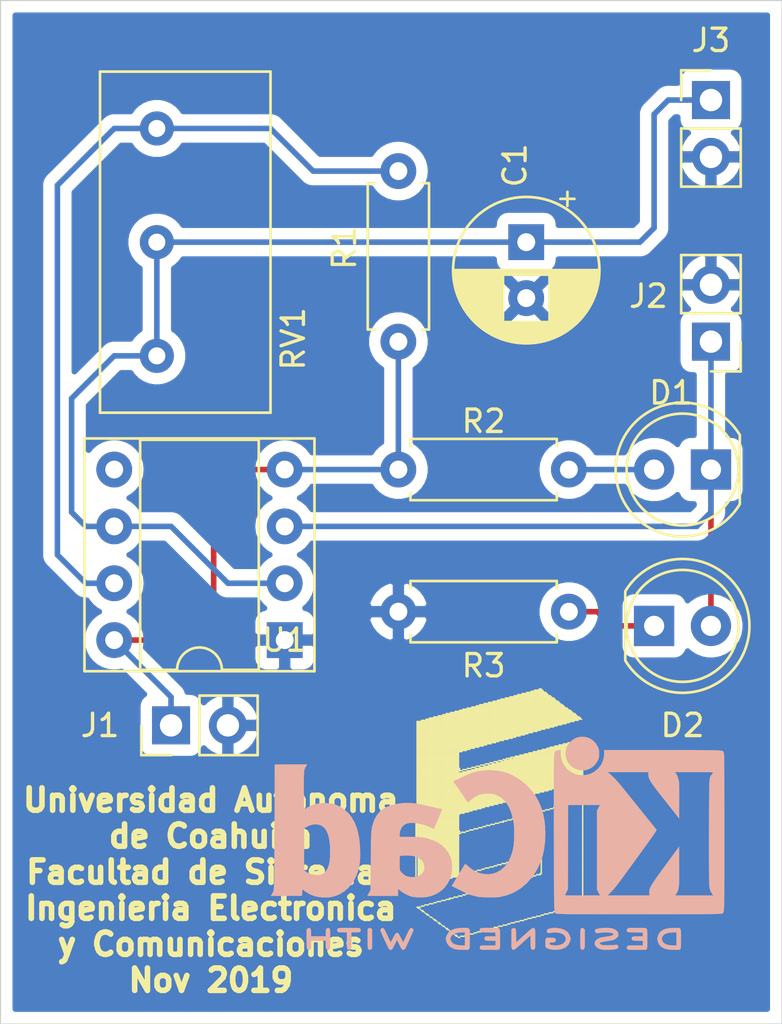
<source format=kicad_pcb>
(kicad_pcb (version 20171130) (host pcbnew "(5.1.2)-2")
  (layers (0 F.Cu signal) (31 B.Cu signal) (34 B.Paste user) (35 F.Paste user) (36 B.SilkS user) (37 F.SilkS user) (38 B.Mask user) (39 F.Mask user) (44 Edge.Cuts user))
  (net 0 "")
  (net 1 GND)
  (net 2 Carga)
  (net 3 "Net-(D1-Pad2)")
  (net 4 Salida)
  (net 5 "Net-(D2-Pad1)")
  (net 6 +5V)
  (net 7 "Net-(R1-Pad2)")
  (net 8 "Net-(U1-Pad5)")
  (module Symbol:KiCad-Logo2_8mm_SilkScreen (layer B.Cu) (at 168.275 132.08 180)
    (fp_text reference REF** hide)
    (fp_text value KiCad-Logo2_8mm_SilkScreen hide)
  )
  (module Logos:LOGO (layer F.Cu) (at 164.592 125.984)
    (fp_text reference LOGO hide)
    (fp_text value "" (at 0 0) (layer F.SilkS) (effects (font (size 1.27 1.27))))
  )
  (module Potenciometro:Potenciometro_5.08mm (layer F.Cu) (at 153.035 116.205)
    (fp_text reference RV1 (at 6.096 -5.842 90) (layer F.SilkS))
    (fp_text value 100K)
    (pad 1 thru_hole circle (at 0 -15.24) (size 1.524 1.524) (drill 0.762) (layers *.Cu *.Mask) (net 7 "Net-(R1-Pad2)"))
    (pad 2 thru_hole circle (at 0 -10.16) (size 1.524 1.524) (drill 0.762) (layers *.Cu *.Mask) (net 2 Carga))
    (pad 3 thru_hole circle (at 0 -5.08) (size 1.524 1.524) (drill 0.762) (layers *.Cu *.Mask) (net 2 Carga))
  )
  (module Package_DIP:DIP-8_W7.62mm_Socket (layer F.Cu) (at 158.75 123.825 180)
    (fp_text reference U1 (at 0 0) (layer F.SilkS))
    (fp_text value LM555)
    (pad 8 thru_hole oval (at 7.62 0 180) (size 1.6 1.6) (drill 0.8) (layers *.Cu *.Mask) (net 6 +5V))
    (pad 4 thru_hole oval (at 0 7.62 180) (size 1.6 1.6) (drill 0.8) (layers *.Cu *.Mask) (net 6 +5V))
    (pad 7 thru_hole oval (at 7.62 2.54 180) (size 1.6 1.6) (drill 0.8) (layers *.Cu *.Mask) (net 7 "Net-(R1-Pad2)"))
    (pad 3 thru_hole oval (at 0 5.08 180) (size 1.6 1.6) (drill 0.8) (layers *.Cu *.Mask) (net 4 Salida))
    (pad 6 thru_hole oval (at 7.62 5.08 180) (size 1.6 1.6) (drill 0.8) (layers *.Cu *.Mask) (net 2 Carga))
    (pad 2 thru_hole oval (at 0 2.54 180) (size 1.6 1.6) (drill 0.8) (layers *.Cu *.Mask) (net 2 Carga))
    (pad 5 thru_hole oval (at 7.62 7.62 180) (size 1.6 1.6) (drill 0.8) (layers *.Cu *.Mask) (net 8 "Net-(U1-Pad5)"))
    (pad 1 thru_hole rect (at 0 0 180) (size 1.6 1.6) (drill 0.8) (layers *.Cu *.Mask) (net 1 GND))
  )
  (module Resistor_THT:R_Axial_DIN0207_L6.3mm_D2.5mm_P7.62mm_Horizontal (layer F.Cu) (at 171.45 122.555 180)
    (fp_text reference R3 (at 3.81 -2.413) (layer F.SilkS))
    (fp_text value 680)
    (pad 2 thru_hole oval (at 7.62 0 180) (size 1.6 1.6) (drill 0.8) (layers *.Cu *.Mask) (net 1 GND))
    (pad 1 thru_hole circle (at 0 0 180) (size 1.6 1.6) (drill 0.8) (layers *.Cu *.Mask) (net 5 "Net-(D2-Pad1)"))
  )
  (module Resistor_THT:R_Axial_DIN0207_L6.3mm_D2.5mm_P7.62mm_Horizontal (layer F.Cu) (at 163.83 116.205)
    (fp_text reference R2 (at 3.81 -2.159) (layer F.SilkS))
    (fp_text value 680)
    (pad 2 thru_hole oval (at 7.62 0) (size 1.6 1.6) (drill 0.8) (layers *.Cu *.Mask) (net 3 "Net-(D1-Pad2)"))
    (pad 1 thru_hole circle (at 0 0) (size 1.6 1.6) (drill 0.8) (layers *.Cu *.Mask) (net 6 +5V))
  )
  (module Resistor_THT:R_Axial_DIN0207_L6.3mm_D2.5mm_P7.62mm_Horizontal (layer F.Cu) (at 163.83 110.49 90)
    (fp_text reference R1 (at 4.191 -2.413 90) (layer F.SilkS))
    (fp_text value 1K)
    (pad 2 thru_hole oval (at 7.62 0 90) (size 1.6 1.6) (drill 0.8) (layers *.Cu *.Mask) (net 7 "Net-(R1-Pad2)"))
    (pad 1 thru_hole circle (at 0 0 90) (size 1.6 1.6) (drill 0.8) (layers *.Cu *.Mask) (net 6 +5V))
  )
  (module Connector_PinHeader_2.54mm:PinHeader_1x02_P2.54mm_Vertical (layer F.Cu) (at 177.8 99.695)
    (fp_text reference J3 (at 0 -2.667) (layer F.SilkS))
    (fp_text value Carga)
    (pad 2 thru_hole oval (at 0 2.54) (size 1.7 1.7) (drill 1) (layers *.Cu *.Mask) (net 1 GND))
    (pad 1 thru_hole rect (at 0 0) (size 1.7 1.7) (drill 1) (layers *.Cu *.Mask) (net 2 Carga))
  )
  (module Connector_PinHeader_2.54mm:PinHeader_1x02_P2.54mm_Vertical (layer F.Cu) (at 177.8 110.49 180)
    (fp_text reference J2 (at 2.794 2.032) (layer F.SilkS))
    (fp_text value Salida)
    (pad 2 thru_hole oval (at 0 2.54 180) (size 1.7 1.7) (drill 1) (layers *.Cu *.Mask) (net 1 GND))
    (pad 1 thru_hole rect (at 0 0 180) (size 1.7 1.7) (drill 1) (layers *.Cu *.Mask) (net 4 Salida))
  )
  (module Connector_PinHeader_2.54mm:PinHeader_1x02_P2.54mm_Vertical (layer F.Cu) (at 153.67 127.635 90)
    (fp_text reference J1 (at 0 -3.175 180) (layer F.SilkS))
    (fp_text value Alimentación)
    (pad 2 thru_hole oval (at 0 2.54 90) (size 1.7 1.7) (drill 1) (layers *.Cu *.Mask) (net 1 GND))
    (pad 1 thru_hole rect (at 0 0 90) (size 1.7 1.7) (drill 1) (layers *.Cu *.Mask) (net 6 +5V))
  )
  (module LED_THT:LED_D5.0mm (layer F.Cu) (at 175.26 123.19)
    (fp_text reference D2 (at 1.27 4.445) (layer F.SilkS))
    (fp_text value LED_Verde)
    (pad 2 thru_hole circle (at 2.54 0) (size 1.8 1.8) (drill 0.9) (layers *.Cu *.Mask) (net 4 Salida))
    (pad 1 thru_hole rect (at 0 0) (size 1.8 1.8) (drill 0.9) (layers *.Cu *.Mask) (net 5 "Net-(D2-Pad1)"))
  )
  (module LED_THT:LED_D5.0mm (layer F.Cu) (at 177.8 116.205 180)
    (fp_text reference D1 (at 1.778 3.429) (layer F.SilkS))
    (fp_text value LED_Rojo)
    (pad 2 thru_hole circle (at 2.54 0 180) (size 1.8 1.8) (drill 0.9) (layers *.Cu *.Mask) (net 3 "Net-(D1-Pad2)"))
    (pad 1 thru_hole rect (at 0 0 180) (size 1.8 1.8) (drill 0.9) (layers *.Cu *.Mask) (net 4 Salida))
  )
  (module Capacitor_THT:CP_Radial_D6.3mm_P2.50mm (layer F.Cu) (at 169.545 106.045 270)
    (fp_text reference C1 (at -3.429 0.508 90) (layer F.SilkS))
    (fp_text value 100uF)
    (pad 2 thru_hole circle (at 2.5 0 270) (size 1.6 1.6) (drill 0.8) (layers *.Cu *.Mask) (net 1 GND))
    (pad 1 thru_hole rect (at 0 0 270) (size 1.6 1.6) (drill 0.8) (layers *.Cu *.Mask) (net 2 Carga))
  )
  (gr_line (start 180.975 95.25) (end 146.05 95.25) (layer Edge.Cuts) (width 0.05))
  (gr_line (start 180.975 140.97) (end 180.975 95.25) (layer Edge.Cuts) (width 0.05))
  (gr_line (start 146.05 140.97) (end 180.975 140.97) (layer Edge.Cuts) (width 0.05))
  (gr_line (start 146.05 95.25) (end 146.05 140.97) (layer Edge.Cuts) (width 0.05))
  (gr_text "Universidad Autonoma\nde Coahuila\nFacultad de Sistemas\nIngenieria Electronica\ny Comunicaciones\nNov 2019" (at 155.448 135.001) (layer F.SilkS) (effects (font (size 1 1) (thickness 0.25))))
  (segment (start 169.585 107.95) (end 169.545 107.91) (width 0.25) (layer B.Cu) (net 1))
  (segment (start 153.035 106.045) (end 153.035 111.125) (width 0.25) (layer B.Cu) (net 2))
  (segment (start 149.86 118.745) (end 151.13 118.745) (width 0.25) (layer B.Cu) (net 2))
  (segment (start 149.225 118.11) (end 149.86 118.745) (width 0.25) (layer B.Cu) (net 2))
  (segment (start 149.225 113.03) (end 149.225 118.11) (width 0.25) (layer B.Cu) (net 2))
  (segment (start 153.035 111.125) (end 151.13 111.125) (width 0.25) (layer B.Cu) (net 2))
  (segment (start 151.13 111.125) (end 149.225 113.03) (width 0.25) (layer B.Cu) (net 2))
  (segment (start 156.21 121.285) (end 158.75 121.285) (width 0.25) (layer B.Cu) (net 2))
  (segment (start 151.13 118.745) (end 153.67 118.745) (width 0.25) (layer B.Cu) (net 2))
  (segment (start 153.67 118.745) (end 156.21 121.285) (width 0.25) (layer B.Cu) (net 2))
  (segment (start 169.545 106.045) (end 153.035 106.045) (width 0.25) (layer B.Cu) (net 2))
  (segment (start 174.625 106.045) (end 169.545 106.045) (width 0.25) (layer B.Cu) (net 2))
  (segment (start 175.26 105.41) (end 174.625 106.045) (width 0.25) (layer B.Cu) (net 2))
  (segment (start 175.26 100.33) (end 175.26 105.41) (width 0.25) (layer B.Cu) (net 2))
  (segment (start 177.8 99.695) (end 175.895 99.695) (width 0.25) (layer B.Cu) (net 2))
  (segment (start 175.895 99.695) (end 175.26 100.33) (width 0.25) (layer B.Cu) (net 2))
  (segment (start 171.45 116.205) (end 175.26 116.205) (width 0.25) (layer B.Cu) (net 3))
  (segment (start 177.8 110.49) (end 177.8 116.205) (width 0.25) (layer B.Cu) (net 4))
  (segment (start 158.75 118.745) (end 177.165 118.745) (width 0.25) (layer B.Cu) (net 4))
  (segment (start 177.8 118.11) (end 177.8 116.205) (width 0.25) (layer B.Cu) (net 4))
  (segment (start 177.165 118.745) (end 177.8 118.11) (width 0.25) (layer B.Cu) (net 4))
  (segment (start 177.8 116.205) (end 177.8 123.19) (width 0.25) (layer F.Cu) (net 4))
  (segment (start 174.625 122.555) (end 175.26 123.19) (width 0.25) (layer B.Cu) (net 5))
  (segment (start 171.45 122.555) (end 172.72 122.555) (width 0.25) (layer F.Cu) (net 5))
  (segment (start 172.72 122.555) (end 173.355 123.19) (width 0.25) (layer F.Cu) (net 5))
  (segment (start 173.355 123.19) (end 175.26 123.19) (width 0.25) (layer F.Cu) (net 5))
  (segment (start 153.67 126.365) (end 153.67 127.635) (width 0.25) (layer B.Cu) (net 6))
  (segment (start 151.13 123.825) (end 153.67 126.365) (width 0.25) (layer B.Cu) (net 6))
  (segment (start 163.83 110.49) (end 163.83 116.205) (width 0.25) (layer B.Cu) (net 6))
  (segment (start 158.75 116.205) (end 163.83 116.205) (width 0.25) (layer B.Cu) (net 6))
  (segment (start 156.845 116.205) (end 158.75 116.205) (width 0.25) (layer F.Cu) (net 6))
  (segment (start 155.575 117.475) (end 156.845 116.205) (width 0.25) (layer F.Cu) (net 6))
  (segment (start 155.575 121.92) (end 155.575 117.475) (width 0.25) (layer F.Cu) (net 6))
  (segment (start 151.13 123.825) (end 153.67 123.825) (width 0.25) (layer F.Cu) (net 6))
  (segment (start 153.67 123.825) (end 155.575 121.92) (width 0.25) (layer F.Cu) (net 6))
  (segment (start 153.035 100.965) (end 158.115 100.965) (width 0.25) (layer B.Cu) (net 7))
  (segment (start 158.115 100.965) (end 159.385 102.235) (width 0.25) (layer B.Cu) (net 7))
  (segment (start 159.385 102.235) (end 160.02 102.87) (width 0.25) (layer B.Cu) (net 7))
  (segment (start 163.83 102.87) (end 160.02 102.87) (width 0.25) (layer B.Cu) (net 7))
  (segment (start 149.86 121.285) (end 151.13 121.285) (width 0.25) (layer B.Cu) (net 7))
  (segment (start 148.59 120.015) (end 149.86 121.285) (width 0.25) (layer B.Cu) (net 7))
  (segment (start 148.59 103.505) (end 148.59 120.015) (width 0.25) (layer B.Cu) (net 7))
  (segment (start 153.035 100.965) (end 151.13 100.965) (width 0.25) (layer B.Cu) (net 7))
  (segment (start 151.13 100.965) (end 148.59 103.505) (width 0.25) (layer B.Cu) (net 7))
  (zone (net 1) (net_name GND) (layer B.Cu) (connect_pads (clearance 0.508)) (min_thickness 0.254) (fill yes (arc_segments 32) (thermal_gap 0.508) (thermal_bridge_width 0.508))
    (polygon (pts (xy 146.05 95.25) (xy 180.975 95.25) (xy 180.975 140.97) (xy 146.05 140.97) (xy 146.05 95.885)))
  )
)
</source>
